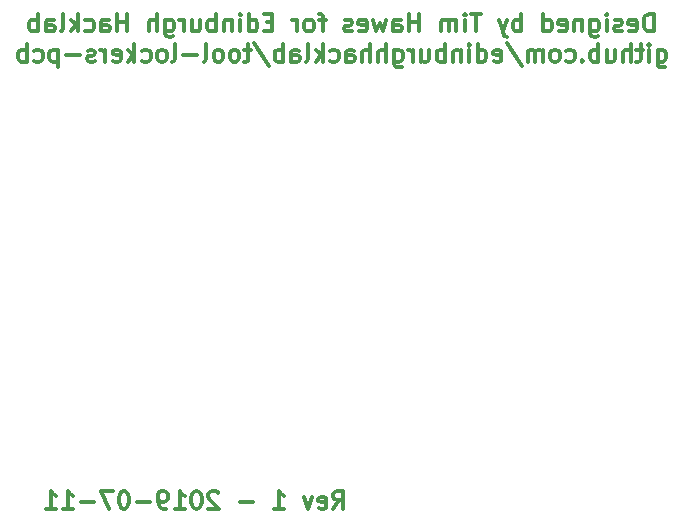
<source format=gbr>
G04 #@! TF.GenerationSoftware,KiCad,Pcbnew,(5.1.2-1)-1*
G04 #@! TF.CreationDate,2019-07-11T02:04:14+01:00*
G04 #@! TF.ProjectId,tool-lockers-pcb,746f6f6c-2d6c-46f6-936b-6572732d7063,rev?*
G04 #@! TF.SameCoordinates,Original*
G04 #@! TF.FileFunction,Legend,Bot*
G04 #@! TF.FilePolarity,Positive*
%FSLAX46Y46*%
G04 Gerber Fmt 4.6, Leading zero omitted, Abs format (unit mm)*
G04 Created by KiCad (PCBNEW (5.1.2-1)-1) date 2019-07-11 02:04:14*
%MOMM*%
%LPD*%
G04 APERTURE LIST*
%ADD10C,0.300000*%
G04 APERTURE END LIST*
D10*
X147770714Y-119768571D02*
X148270714Y-119054285D01*
X148627857Y-119768571D02*
X148627857Y-118268571D01*
X148056428Y-118268571D01*
X147913571Y-118340000D01*
X147842142Y-118411428D01*
X147770714Y-118554285D01*
X147770714Y-118768571D01*
X147842142Y-118911428D01*
X147913571Y-118982857D01*
X148056428Y-119054285D01*
X148627857Y-119054285D01*
X146556428Y-119697142D02*
X146699285Y-119768571D01*
X146985000Y-119768571D01*
X147127857Y-119697142D01*
X147199285Y-119554285D01*
X147199285Y-118982857D01*
X147127857Y-118840000D01*
X146985000Y-118768571D01*
X146699285Y-118768571D01*
X146556428Y-118840000D01*
X146485000Y-118982857D01*
X146485000Y-119125714D01*
X147199285Y-119268571D01*
X145985000Y-118768571D02*
X145627857Y-119768571D01*
X145270714Y-118768571D01*
X142770714Y-119768571D02*
X143627857Y-119768571D01*
X143199285Y-119768571D02*
X143199285Y-118268571D01*
X143342142Y-118482857D01*
X143485000Y-118625714D01*
X143627857Y-118697142D01*
X140985000Y-119197142D02*
X139842142Y-119197142D01*
X138056428Y-118411428D02*
X137985000Y-118340000D01*
X137842142Y-118268571D01*
X137485000Y-118268571D01*
X137342142Y-118340000D01*
X137270714Y-118411428D01*
X137199285Y-118554285D01*
X137199285Y-118697142D01*
X137270714Y-118911428D01*
X138127857Y-119768571D01*
X137199285Y-119768571D01*
X136270714Y-118268571D02*
X136127857Y-118268571D01*
X135985000Y-118340000D01*
X135913571Y-118411428D01*
X135842142Y-118554285D01*
X135770714Y-118840000D01*
X135770714Y-119197142D01*
X135842142Y-119482857D01*
X135913571Y-119625714D01*
X135985000Y-119697142D01*
X136127857Y-119768571D01*
X136270714Y-119768571D01*
X136413571Y-119697142D01*
X136485000Y-119625714D01*
X136556428Y-119482857D01*
X136627857Y-119197142D01*
X136627857Y-118840000D01*
X136556428Y-118554285D01*
X136485000Y-118411428D01*
X136413571Y-118340000D01*
X136270714Y-118268571D01*
X134342142Y-119768571D02*
X135199285Y-119768571D01*
X134770714Y-119768571D02*
X134770714Y-118268571D01*
X134913571Y-118482857D01*
X135056428Y-118625714D01*
X135199285Y-118697142D01*
X133627857Y-119768571D02*
X133342142Y-119768571D01*
X133199285Y-119697142D01*
X133127857Y-119625714D01*
X132985000Y-119411428D01*
X132913571Y-119125714D01*
X132913571Y-118554285D01*
X132985000Y-118411428D01*
X133056428Y-118340000D01*
X133199285Y-118268571D01*
X133485000Y-118268571D01*
X133627857Y-118340000D01*
X133699285Y-118411428D01*
X133770714Y-118554285D01*
X133770714Y-118911428D01*
X133699285Y-119054285D01*
X133627857Y-119125714D01*
X133485000Y-119197142D01*
X133199285Y-119197142D01*
X133056428Y-119125714D01*
X132985000Y-119054285D01*
X132913571Y-118911428D01*
X132270714Y-119197142D02*
X131127857Y-119197142D01*
X130127857Y-118268571D02*
X129985000Y-118268571D01*
X129842142Y-118340000D01*
X129770714Y-118411428D01*
X129699285Y-118554285D01*
X129627857Y-118840000D01*
X129627857Y-119197142D01*
X129699285Y-119482857D01*
X129770714Y-119625714D01*
X129842142Y-119697142D01*
X129985000Y-119768571D01*
X130127857Y-119768571D01*
X130270714Y-119697142D01*
X130342142Y-119625714D01*
X130413571Y-119482857D01*
X130485000Y-119197142D01*
X130485000Y-118840000D01*
X130413571Y-118554285D01*
X130342142Y-118411428D01*
X130270714Y-118340000D01*
X130127857Y-118268571D01*
X129127857Y-118268571D02*
X128127857Y-118268571D01*
X128770714Y-119768571D01*
X127556428Y-119197142D02*
X126413571Y-119197142D01*
X124913571Y-119768571D02*
X125770714Y-119768571D01*
X125342142Y-119768571D02*
X125342142Y-118268571D01*
X125485000Y-118482857D01*
X125627857Y-118625714D01*
X125770714Y-118697142D01*
X123485000Y-119768571D02*
X124342142Y-119768571D01*
X123913571Y-119768571D02*
X123913571Y-118268571D01*
X124056428Y-118482857D01*
X124199285Y-118625714D01*
X124342142Y-118697142D01*
X174912857Y-79353571D02*
X174912857Y-77853571D01*
X174555714Y-77853571D01*
X174341428Y-77925000D01*
X174198571Y-78067857D01*
X174127142Y-78210714D01*
X174055714Y-78496428D01*
X174055714Y-78710714D01*
X174127142Y-78996428D01*
X174198571Y-79139285D01*
X174341428Y-79282142D01*
X174555714Y-79353571D01*
X174912857Y-79353571D01*
X172841428Y-79282142D02*
X172984285Y-79353571D01*
X173270000Y-79353571D01*
X173412857Y-79282142D01*
X173484285Y-79139285D01*
X173484285Y-78567857D01*
X173412857Y-78425000D01*
X173270000Y-78353571D01*
X172984285Y-78353571D01*
X172841428Y-78425000D01*
X172770000Y-78567857D01*
X172770000Y-78710714D01*
X173484285Y-78853571D01*
X172198571Y-79282142D02*
X172055714Y-79353571D01*
X171770000Y-79353571D01*
X171627142Y-79282142D01*
X171555714Y-79139285D01*
X171555714Y-79067857D01*
X171627142Y-78925000D01*
X171770000Y-78853571D01*
X171984285Y-78853571D01*
X172127142Y-78782142D01*
X172198571Y-78639285D01*
X172198571Y-78567857D01*
X172127142Y-78425000D01*
X171984285Y-78353571D01*
X171770000Y-78353571D01*
X171627142Y-78425000D01*
X170912857Y-79353571D02*
X170912857Y-78353571D01*
X170912857Y-77853571D02*
X170984285Y-77925000D01*
X170912857Y-77996428D01*
X170841428Y-77925000D01*
X170912857Y-77853571D01*
X170912857Y-77996428D01*
X169555714Y-78353571D02*
X169555714Y-79567857D01*
X169627142Y-79710714D01*
X169698571Y-79782142D01*
X169841428Y-79853571D01*
X170055714Y-79853571D01*
X170198571Y-79782142D01*
X169555714Y-79282142D02*
X169698571Y-79353571D01*
X169984285Y-79353571D01*
X170127142Y-79282142D01*
X170198571Y-79210714D01*
X170270000Y-79067857D01*
X170270000Y-78639285D01*
X170198571Y-78496428D01*
X170127142Y-78425000D01*
X169984285Y-78353571D01*
X169698571Y-78353571D01*
X169555714Y-78425000D01*
X168841428Y-78353571D02*
X168841428Y-79353571D01*
X168841428Y-78496428D02*
X168770000Y-78425000D01*
X168627142Y-78353571D01*
X168412857Y-78353571D01*
X168270000Y-78425000D01*
X168198571Y-78567857D01*
X168198571Y-79353571D01*
X166912857Y-79282142D02*
X167055714Y-79353571D01*
X167341428Y-79353571D01*
X167484285Y-79282142D01*
X167555714Y-79139285D01*
X167555714Y-78567857D01*
X167484285Y-78425000D01*
X167341428Y-78353571D01*
X167055714Y-78353571D01*
X166912857Y-78425000D01*
X166841428Y-78567857D01*
X166841428Y-78710714D01*
X167555714Y-78853571D01*
X165555714Y-79353571D02*
X165555714Y-77853571D01*
X165555714Y-79282142D02*
X165698571Y-79353571D01*
X165984285Y-79353571D01*
X166127142Y-79282142D01*
X166198571Y-79210714D01*
X166270000Y-79067857D01*
X166270000Y-78639285D01*
X166198571Y-78496428D01*
X166127142Y-78425000D01*
X165984285Y-78353571D01*
X165698571Y-78353571D01*
X165555714Y-78425000D01*
X163698571Y-79353571D02*
X163698571Y-77853571D01*
X163698571Y-78425000D02*
X163555714Y-78353571D01*
X163270000Y-78353571D01*
X163127142Y-78425000D01*
X163055714Y-78496428D01*
X162984285Y-78639285D01*
X162984285Y-79067857D01*
X163055714Y-79210714D01*
X163127142Y-79282142D01*
X163270000Y-79353571D01*
X163555714Y-79353571D01*
X163698571Y-79282142D01*
X162484285Y-78353571D02*
X162127142Y-79353571D01*
X161770000Y-78353571D02*
X162127142Y-79353571D01*
X162270000Y-79710714D01*
X162341428Y-79782142D01*
X162484285Y-79853571D01*
X160270000Y-77853571D02*
X159412857Y-77853571D01*
X159841428Y-79353571D02*
X159841428Y-77853571D01*
X158912857Y-79353571D02*
X158912857Y-78353571D01*
X158912857Y-77853571D02*
X158984285Y-77925000D01*
X158912857Y-77996428D01*
X158841428Y-77925000D01*
X158912857Y-77853571D01*
X158912857Y-77996428D01*
X158198571Y-79353571D02*
X158198571Y-78353571D01*
X158198571Y-78496428D02*
X158127142Y-78425000D01*
X157984285Y-78353571D01*
X157770000Y-78353571D01*
X157627142Y-78425000D01*
X157555714Y-78567857D01*
X157555714Y-79353571D01*
X157555714Y-78567857D02*
X157484285Y-78425000D01*
X157341428Y-78353571D01*
X157127142Y-78353571D01*
X156984285Y-78425000D01*
X156912857Y-78567857D01*
X156912857Y-79353571D01*
X155055714Y-79353571D02*
X155055714Y-77853571D01*
X155055714Y-78567857D02*
X154198571Y-78567857D01*
X154198571Y-79353571D02*
X154198571Y-77853571D01*
X152841428Y-79353571D02*
X152841428Y-78567857D01*
X152912857Y-78425000D01*
X153055714Y-78353571D01*
X153341428Y-78353571D01*
X153484285Y-78425000D01*
X152841428Y-79282142D02*
X152984285Y-79353571D01*
X153341428Y-79353571D01*
X153484285Y-79282142D01*
X153555714Y-79139285D01*
X153555714Y-78996428D01*
X153484285Y-78853571D01*
X153341428Y-78782142D01*
X152984285Y-78782142D01*
X152841428Y-78710714D01*
X152270000Y-78353571D02*
X151984285Y-79353571D01*
X151698571Y-78639285D01*
X151412857Y-79353571D01*
X151127142Y-78353571D01*
X149984285Y-79282142D02*
X150127142Y-79353571D01*
X150412857Y-79353571D01*
X150555714Y-79282142D01*
X150627142Y-79139285D01*
X150627142Y-78567857D01*
X150555714Y-78425000D01*
X150412857Y-78353571D01*
X150127142Y-78353571D01*
X149984285Y-78425000D01*
X149912857Y-78567857D01*
X149912857Y-78710714D01*
X150627142Y-78853571D01*
X149341428Y-79282142D02*
X149198571Y-79353571D01*
X148912857Y-79353571D01*
X148770000Y-79282142D01*
X148698571Y-79139285D01*
X148698571Y-79067857D01*
X148770000Y-78925000D01*
X148912857Y-78853571D01*
X149127142Y-78853571D01*
X149270000Y-78782142D01*
X149341428Y-78639285D01*
X149341428Y-78567857D01*
X149270000Y-78425000D01*
X149127142Y-78353571D01*
X148912857Y-78353571D01*
X148770000Y-78425000D01*
X147127142Y-78353571D02*
X146555714Y-78353571D01*
X146912857Y-79353571D02*
X146912857Y-78067857D01*
X146841428Y-77925000D01*
X146698571Y-77853571D01*
X146555714Y-77853571D01*
X145841428Y-79353571D02*
X145984285Y-79282142D01*
X146055714Y-79210714D01*
X146127142Y-79067857D01*
X146127142Y-78639285D01*
X146055714Y-78496428D01*
X145984285Y-78425000D01*
X145841428Y-78353571D01*
X145627142Y-78353571D01*
X145484285Y-78425000D01*
X145412857Y-78496428D01*
X145341428Y-78639285D01*
X145341428Y-79067857D01*
X145412857Y-79210714D01*
X145484285Y-79282142D01*
X145627142Y-79353571D01*
X145841428Y-79353571D01*
X144698571Y-79353571D02*
X144698571Y-78353571D01*
X144698571Y-78639285D02*
X144627142Y-78496428D01*
X144555714Y-78425000D01*
X144412857Y-78353571D01*
X144270000Y-78353571D01*
X142627142Y-78567857D02*
X142127142Y-78567857D01*
X141912857Y-79353571D02*
X142627142Y-79353571D01*
X142627142Y-77853571D01*
X141912857Y-77853571D01*
X140627142Y-79353571D02*
X140627142Y-77853571D01*
X140627142Y-79282142D02*
X140770000Y-79353571D01*
X141055714Y-79353571D01*
X141198571Y-79282142D01*
X141270000Y-79210714D01*
X141341428Y-79067857D01*
X141341428Y-78639285D01*
X141270000Y-78496428D01*
X141198571Y-78425000D01*
X141055714Y-78353571D01*
X140770000Y-78353571D01*
X140627142Y-78425000D01*
X139912857Y-79353571D02*
X139912857Y-78353571D01*
X139912857Y-77853571D02*
X139984285Y-77925000D01*
X139912857Y-77996428D01*
X139841428Y-77925000D01*
X139912857Y-77853571D01*
X139912857Y-77996428D01*
X139198571Y-78353571D02*
X139198571Y-79353571D01*
X139198571Y-78496428D02*
X139127142Y-78425000D01*
X138984285Y-78353571D01*
X138770000Y-78353571D01*
X138627142Y-78425000D01*
X138555714Y-78567857D01*
X138555714Y-79353571D01*
X137841428Y-79353571D02*
X137841428Y-77853571D01*
X137841428Y-78425000D02*
X137698571Y-78353571D01*
X137412857Y-78353571D01*
X137270000Y-78425000D01*
X137198571Y-78496428D01*
X137127142Y-78639285D01*
X137127142Y-79067857D01*
X137198571Y-79210714D01*
X137270000Y-79282142D01*
X137412857Y-79353571D01*
X137698571Y-79353571D01*
X137841428Y-79282142D01*
X135841428Y-78353571D02*
X135841428Y-79353571D01*
X136484285Y-78353571D02*
X136484285Y-79139285D01*
X136412857Y-79282142D01*
X136270000Y-79353571D01*
X136055714Y-79353571D01*
X135912857Y-79282142D01*
X135841428Y-79210714D01*
X135127142Y-79353571D02*
X135127142Y-78353571D01*
X135127142Y-78639285D02*
X135055714Y-78496428D01*
X134984285Y-78425000D01*
X134841428Y-78353571D01*
X134698571Y-78353571D01*
X133555714Y-78353571D02*
X133555714Y-79567857D01*
X133627142Y-79710714D01*
X133698571Y-79782142D01*
X133841428Y-79853571D01*
X134055714Y-79853571D01*
X134198571Y-79782142D01*
X133555714Y-79282142D02*
X133698571Y-79353571D01*
X133984285Y-79353571D01*
X134127142Y-79282142D01*
X134198571Y-79210714D01*
X134270000Y-79067857D01*
X134270000Y-78639285D01*
X134198571Y-78496428D01*
X134127142Y-78425000D01*
X133984285Y-78353571D01*
X133698571Y-78353571D01*
X133555714Y-78425000D01*
X132841428Y-79353571D02*
X132841428Y-77853571D01*
X132198571Y-79353571D02*
X132198571Y-78567857D01*
X132270000Y-78425000D01*
X132412857Y-78353571D01*
X132627142Y-78353571D01*
X132770000Y-78425000D01*
X132841428Y-78496428D01*
X130341428Y-79353571D02*
X130341428Y-77853571D01*
X130341428Y-78567857D02*
X129484285Y-78567857D01*
X129484285Y-79353571D02*
X129484285Y-77853571D01*
X128127142Y-79353571D02*
X128127142Y-78567857D01*
X128198571Y-78425000D01*
X128341428Y-78353571D01*
X128627142Y-78353571D01*
X128770000Y-78425000D01*
X128127142Y-79282142D02*
X128270000Y-79353571D01*
X128627142Y-79353571D01*
X128770000Y-79282142D01*
X128841428Y-79139285D01*
X128841428Y-78996428D01*
X128770000Y-78853571D01*
X128627142Y-78782142D01*
X128270000Y-78782142D01*
X128127142Y-78710714D01*
X126770000Y-79282142D02*
X126912857Y-79353571D01*
X127198571Y-79353571D01*
X127341428Y-79282142D01*
X127412857Y-79210714D01*
X127484285Y-79067857D01*
X127484285Y-78639285D01*
X127412857Y-78496428D01*
X127341428Y-78425000D01*
X127198571Y-78353571D01*
X126912857Y-78353571D01*
X126770000Y-78425000D01*
X126127142Y-79353571D02*
X126127142Y-77853571D01*
X125984285Y-78782142D02*
X125555714Y-79353571D01*
X125555714Y-78353571D02*
X126127142Y-78925000D01*
X124698571Y-79353571D02*
X124841428Y-79282142D01*
X124912857Y-79139285D01*
X124912857Y-77853571D01*
X123484285Y-79353571D02*
X123484285Y-78567857D01*
X123555714Y-78425000D01*
X123698571Y-78353571D01*
X123984285Y-78353571D01*
X124127142Y-78425000D01*
X123484285Y-79282142D02*
X123627142Y-79353571D01*
X123984285Y-79353571D01*
X124127142Y-79282142D01*
X124198571Y-79139285D01*
X124198571Y-78996428D01*
X124127142Y-78853571D01*
X123984285Y-78782142D01*
X123627142Y-78782142D01*
X123484285Y-78710714D01*
X122770000Y-79353571D02*
X122770000Y-77853571D01*
X122770000Y-78425000D02*
X122627142Y-78353571D01*
X122341428Y-78353571D01*
X122198571Y-78425000D01*
X122127142Y-78496428D01*
X122055714Y-78639285D01*
X122055714Y-79067857D01*
X122127142Y-79210714D01*
X122198571Y-79282142D01*
X122341428Y-79353571D01*
X122627142Y-79353571D01*
X122770000Y-79282142D01*
X175234285Y-80903571D02*
X175234285Y-82117857D01*
X175305714Y-82260714D01*
X175377142Y-82332142D01*
X175520000Y-82403571D01*
X175734285Y-82403571D01*
X175877142Y-82332142D01*
X175234285Y-81832142D02*
X175377142Y-81903571D01*
X175662857Y-81903571D01*
X175805714Y-81832142D01*
X175877142Y-81760714D01*
X175948571Y-81617857D01*
X175948571Y-81189285D01*
X175877142Y-81046428D01*
X175805714Y-80975000D01*
X175662857Y-80903571D01*
X175377142Y-80903571D01*
X175234285Y-80975000D01*
X174520000Y-81903571D02*
X174520000Y-80903571D01*
X174520000Y-80403571D02*
X174591428Y-80475000D01*
X174520000Y-80546428D01*
X174448571Y-80475000D01*
X174520000Y-80403571D01*
X174520000Y-80546428D01*
X174020000Y-80903571D02*
X173448571Y-80903571D01*
X173805714Y-80403571D02*
X173805714Y-81689285D01*
X173734285Y-81832142D01*
X173591428Y-81903571D01*
X173448571Y-81903571D01*
X172948571Y-81903571D02*
X172948571Y-80403571D01*
X172305714Y-81903571D02*
X172305714Y-81117857D01*
X172377142Y-80975000D01*
X172520000Y-80903571D01*
X172734285Y-80903571D01*
X172877142Y-80975000D01*
X172948571Y-81046428D01*
X170948571Y-80903571D02*
X170948571Y-81903571D01*
X171591428Y-80903571D02*
X171591428Y-81689285D01*
X171520000Y-81832142D01*
X171377142Y-81903571D01*
X171162857Y-81903571D01*
X171020000Y-81832142D01*
X170948571Y-81760714D01*
X170234285Y-81903571D02*
X170234285Y-80403571D01*
X170234285Y-80975000D02*
X170091428Y-80903571D01*
X169805714Y-80903571D01*
X169662857Y-80975000D01*
X169591428Y-81046428D01*
X169520000Y-81189285D01*
X169520000Y-81617857D01*
X169591428Y-81760714D01*
X169662857Y-81832142D01*
X169805714Y-81903571D01*
X170091428Y-81903571D01*
X170234285Y-81832142D01*
X168877142Y-81760714D02*
X168805714Y-81832142D01*
X168877142Y-81903571D01*
X168948571Y-81832142D01*
X168877142Y-81760714D01*
X168877142Y-81903571D01*
X167520000Y-81832142D02*
X167662857Y-81903571D01*
X167948571Y-81903571D01*
X168091428Y-81832142D01*
X168162857Y-81760714D01*
X168234285Y-81617857D01*
X168234285Y-81189285D01*
X168162857Y-81046428D01*
X168091428Y-80975000D01*
X167948571Y-80903571D01*
X167662857Y-80903571D01*
X167520000Y-80975000D01*
X166662857Y-81903571D02*
X166805714Y-81832142D01*
X166877142Y-81760714D01*
X166948571Y-81617857D01*
X166948571Y-81189285D01*
X166877142Y-81046428D01*
X166805714Y-80975000D01*
X166662857Y-80903571D01*
X166448571Y-80903571D01*
X166305714Y-80975000D01*
X166234285Y-81046428D01*
X166162857Y-81189285D01*
X166162857Y-81617857D01*
X166234285Y-81760714D01*
X166305714Y-81832142D01*
X166448571Y-81903571D01*
X166662857Y-81903571D01*
X165520000Y-81903571D02*
X165520000Y-80903571D01*
X165520000Y-81046428D02*
X165448571Y-80975000D01*
X165305714Y-80903571D01*
X165091428Y-80903571D01*
X164948571Y-80975000D01*
X164877142Y-81117857D01*
X164877142Y-81903571D01*
X164877142Y-81117857D02*
X164805714Y-80975000D01*
X164662857Y-80903571D01*
X164448571Y-80903571D01*
X164305714Y-80975000D01*
X164234285Y-81117857D01*
X164234285Y-81903571D01*
X162448571Y-80332142D02*
X163734285Y-82260714D01*
X161377142Y-81832142D02*
X161520000Y-81903571D01*
X161805714Y-81903571D01*
X161948571Y-81832142D01*
X162020000Y-81689285D01*
X162020000Y-81117857D01*
X161948571Y-80975000D01*
X161805714Y-80903571D01*
X161520000Y-80903571D01*
X161377142Y-80975000D01*
X161305714Y-81117857D01*
X161305714Y-81260714D01*
X162020000Y-81403571D01*
X160020000Y-81903571D02*
X160020000Y-80403571D01*
X160020000Y-81832142D02*
X160162857Y-81903571D01*
X160448571Y-81903571D01*
X160591428Y-81832142D01*
X160662857Y-81760714D01*
X160734285Y-81617857D01*
X160734285Y-81189285D01*
X160662857Y-81046428D01*
X160591428Y-80975000D01*
X160448571Y-80903571D01*
X160162857Y-80903571D01*
X160020000Y-80975000D01*
X159305714Y-81903571D02*
X159305714Y-80903571D01*
X159305714Y-80403571D02*
X159377142Y-80475000D01*
X159305714Y-80546428D01*
X159234285Y-80475000D01*
X159305714Y-80403571D01*
X159305714Y-80546428D01*
X158591428Y-80903571D02*
X158591428Y-81903571D01*
X158591428Y-81046428D02*
X158520000Y-80975000D01*
X158377142Y-80903571D01*
X158162857Y-80903571D01*
X158020000Y-80975000D01*
X157948571Y-81117857D01*
X157948571Y-81903571D01*
X157234285Y-81903571D02*
X157234285Y-80403571D01*
X157234285Y-80975000D02*
X157091428Y-80903571D01*
X156805714Y-80903571D01*
X156662857Y-80975000D01*
X156591428Y-81046428D01*
X156520000Y-81189285D01*
X156520000Y-81617857D01*
X156591428Y-81760714D01*
X156662857Y-81832142D01*
X156805714Y-81903571D01*
X157091428Y-81903571D01*
X157234285Y-81832142D01*
X155234285Y-80903571D02*
X155234285Y-81903571D01*
X155877142Y-80903571D02*
X155877142Y-81689285D01*
X155805714Y-81832142D01*
X155662857Y-81903571D01*
X155448571Y-81903571D01*
X155305714Y-81832142D01*
X155234285Y-81760714D01*
X154520000Y-81903571D02*
X154520000Y-80903571D01*
X154520000Y-81189285D02*
X154448571Y-81046428D01*
X154377142Y-80975000D01*
X154234285Y-80903571D01*
X154091428Y-80903571D01*
X152948571Y-80903571D02*
X152948571Y-82117857D01*
X153020000Y-82260714D01*
X153091428Y-82332142D01*
X153234285Y-82403571D01*
X153448571Y-82403571D01*
X153591428Y-82332142D01*
X152948571Y-81832142D02*
X153091428Y-81903571D01*
X153377142Y-81903571D01*
X153520000Y-81832142D01*
X153591428Y-81760714D01*
X153662857Y-81617857D01*
X153662857Y-81189285D01*
X153591428Y-81046428D01*
X153520000Y-80975000D01*
X153377142Y-80903571D01*
X153091428Y-80903571D01*
X152948571Y-80975000D01*
X152234285Y-81903571D02*
X152234285Y-80403571D01*
X151591428Y-81903571D02*
X151591428Y-81117857D01*
X151662857Y-80975000D01*
X151805714Y-80903571D01*
X152020000Y-80903571D01*
X152162857Y-80975000D01*
X152234285Y-81046428D01*
X150877142Y-81903571D02*
X150877142Y-80403571D01*
X150234285Y-81903571D02*
X150234285Y-81117857D01*
X150305714Y-80975000D01*
X150448571Y-80903571D01*
X150662857Y-80903571D01*
X150805714Y-80975000D01*
X150877142Y-81046428D01*
X148877142Y-81903571D02*
X148877142Y-81117857D01*
X148948571Y-80975000D01*
X149091428Y-80903571D01*
X149377142Y-80903571D01*
X149519999Y-80975000D01*
X148877142Y-81832142D02*
X149019999Y-81903571D01*
X149377142Y-81903571D01*
X149519999Y-81832142D01*
X149591428Y-81689285D01*
X149591428Y-81546428D01*
X149519999Y-81403571D01*
X149377142Y-81332142D01*
X149019999Y-81332142D01*
X148877142Y-81260714D01*
X147519999Y-81832142D02*
X147662857Y-81903571D01*
X147948571Y-81903571D01*
X148091428Y-81832142D01*
X148162857Y-81760714D01*
X148234285Y-81617857D01*
X148234285Y-81189285D01*
X148162857Y-81046428D01*
X148091428Y-80975000D01*
X147948571Y-80903571D01*
X147662857Y-80903571D01*
X147519999Y-80975000D01*
X146877142Y-81903571D02*
X146877142Y-80403571D01*
X146734285Y-81332142D02*
X146305714Y-81903571D01*
X146305714Y-80903571D02*
X146877142Y-81475000D01*
X145448571Y-81903571D02*
X145591428Y-81832142D01*
X145662857Y-81689285D01*
X145662857Y-80403571D01*
X144234285Y-81903571D02*
X144234285Y-81117857D01*
X144305714Y-80975000D01*
X144448571Y-80903571D01*
X144734285Y-80903571D01*
X144877142Y-80975000D01*
X144234285Y-81832142D02*
X144377142Y-81903571D01*
X144734285Y-81903571D01*
X144877142Y-81832142D01*
X144948571Y-81689285D01*
X144948571Y-81546428D01*
X144877142Y-81403571D01*
X144734285Y-81332142D01*
X144377142Y-81332142D01*
X144234285Y-81260714D01*
X143519999Y-81903571D02*
X143519999Y-80403571D01*
X143519999Y-80975000D02*
X143377142Y-80903571D01*
X143091428Y-80903571D01*
X142948571Y-80975000D01*
X142877142Y-81046428D01*
X142805714Y-81189285D01*
X142805714Y-81617857D01*
X142877142Y-81760714D01*
X142948571Y-81832142D01*
X143091428Y-81903571D01*
X143377142Y-81903571D01*
X143519999Y-81832142D01*
X141091428Y-80332142D02*
X142377142Y-82260714D01*
X140805714Y-80903571D02*
X140234285Y-80903571D01*
X140591428Y-80403571D02*
X140591428Y-81689285D01*
X140519999Y-81832142D01*
X140377142Y-81903571D01*
X140234285Y-81903571D01*
X139519999Y-81903571D02*
X139662857Y-81832142D01*
X139734285Y-81760714D01*
X139805714Y-81617857D01*
X139805714Y-81189285D01*
X139734285Y-81046428D01*
X139662857Y-80975000D01*
X139519999Y-80903571D01*
X139305714Y-80903571D01*
X139162857Y-80975000D01*
X139091428Y-81046428D01*
X139019999Y-81189285D01*
X139019999Y-81617857D01*
X139091428Y-81760714D01*
X139162857Y-81832142D01*
X139305714Y-81903571D01*
X139519999Y-81903571D01*
X138162857Y-81903571D02*
X138305714Y-81832142D01*
X138377142Y-81760714D01*
X138448571Y-81617857D01*
X138448571Y-81189285D01*
X138377142Y-81046428D01*
X138305714Y-80975000D01*
X138162857Y-80903571D01*
X137948571Y-80903571D01*
X137805714Y-80975000D01*
X137734285Y-81046428D01*
X137662857Y-81189285D01*
X137662857Y-81617857D01*
X137734285Y-81760714D01*
X137805714Y-81832142D01*
X137948571Y-81903571D01*
X138162857Y-81903571D01*
X136805714Y-81903571D02*
X136948571Y-81832142D01*
X137019999Y-81689285D01*
X137019999Y-80403571D01*
X136234285Y-81332142D02*
X135091428Y-81332142D01*
X134162857Y-81903571D02*
X134305714Y-81832142D01*
X134377142Y-81689285D01*
X134377142Y-80403571D01*
X133377142Y-81903571D02*
X133519999Y-81832142D01*
X133591428Y-81760714D01*
X133662857Y-81617857D01*
X133662857Y-81189285D01*
X133591428Y-81046428D01*
X133519999Y-80975000D01*
X133377142Y-80903571D01*
X133162857Y-80903571D01*
X133019999Y-80975000D01*
X132948571Y-81046428D01*
X132877142Y-81189285D01*
X132877142Y-81617857D01*
X132948571Y-81760714D01*
X133019999Y-81832142D01*
X133162857Y-81903571D01*
X133377142Y-81903571D01*
X131591428Y-81832142D02*
X131734285Y-81903571D01*
X132019999Y-81903571D01*
X132162857Y-81832142D01*
X132234285Y-81760714D01*
X132305714Y-81617857D01*
X132305714Y-81189285D01*
X132234285Y-81046428D01*
X132162857Y-80975000D01*
X132019999Y-80903571D01*
X131734285Y-80903571D01*
X131591428Y-80975000D01*
X130948571Y-81903571D02*
X130948571Y-80403571D01*
X130805714Y-81332142D02*
X130377142Y-81903571D01*
X130377142Y-80903571D02*
X130948571Y-81475000D01*
X129162857Y-81832142D02*
X129305714Y-81903571D01*
X129591428Y-81903571D01*
X129734285Y-81832142D01*
X129805714Y-81689285D01*
X129805714Y-81117857D01*
X129734285Y-80975000D01*
X129591428Y-80903571D01*
X129305714Y-80903571D01*
X129162857Y-80975000D01*
X129091428Y-81117857D01*
X129091428Y-81260714D01*
X129805714Y-81403571D01*
X128448571Y-81903571D02*
X128448571Y-80903571D01*
X128448571Y-81189285D02*
X128377142Y-81046428D01*
X128305714Y-80975000D01*
X128162857Y-80903571D01*
X128019999Y-80903571D01*
X127591428Y-81832142D02*
X127448571Y-81903571D01*
X127162857Y-81903571D01*
X127019999Y-81832142D01*
X126948571Y-81689285D01*
X126948571Y-81617857D01*
X127019999Y-81475000D01*
X127162857Y-81403571D01*
X127377142Y-81403571D01*
X127519999Y-81332142D01*
X127591428Y-81189285D01*
X127591428Y-81117857D01*
X127519999Y-80975000D01*
X127377142Y-80903571D01*
X127162857Y-80903571D01*
X127019999Y-80975000D01*
X126305714Y-81332142D02*
X125162857Y-81332142D01*
X124448571Y-80903571D02*
X124448571Y-82403571D01*
X124448571Y-80975000D02*
X124305714Y-80903571D01*
X124019999Y-80903571D01*
X123877142Y-80975000D01*
X123805714Y-81046428D01*
X123734285Y-81189285D01*
X123734285Y-81617857D01*
X123805714Y-81760714D01*
X123877142Y-81832142D01*
X124019999Y-81903571D01*
X124305714Y-81903571D01*
X124448571Y-81832142D01*
X122448571Y-81832142D02*
X122591428Y-81903571D01*
X122877142Y-81903571D01*
X123019999Y-81832142D01*
X123091428Y-81760714D01*
X123162857Y-81617857D01*
X123162857Y-81189285D01*
X123091428Y-81046428D01*
X123019999Y-80975000D01*
X122877142Y-80903571D01*
X122591428Y-80903571D01*
X122448571Y-80975000D01*
X121805714Y-81903571D02*
X121805714Y-80403571D01*
X121805714Y-80975000D02*
X121662857Y-80903571D01*
X121377142Y-80903571D01*
X121234285Y-80975000D01*
X121162857Y-81046428D01*
X121091428Y-81189285D01*
X121091428Y-81617857D01*
X121162857Y-81760714D01*
X121234285Y-81832142D01*
X121377142Y-81903571D01*
X121662857Y-81903571D01*
X121805714Y-81832142D01*
M02*

</source>
